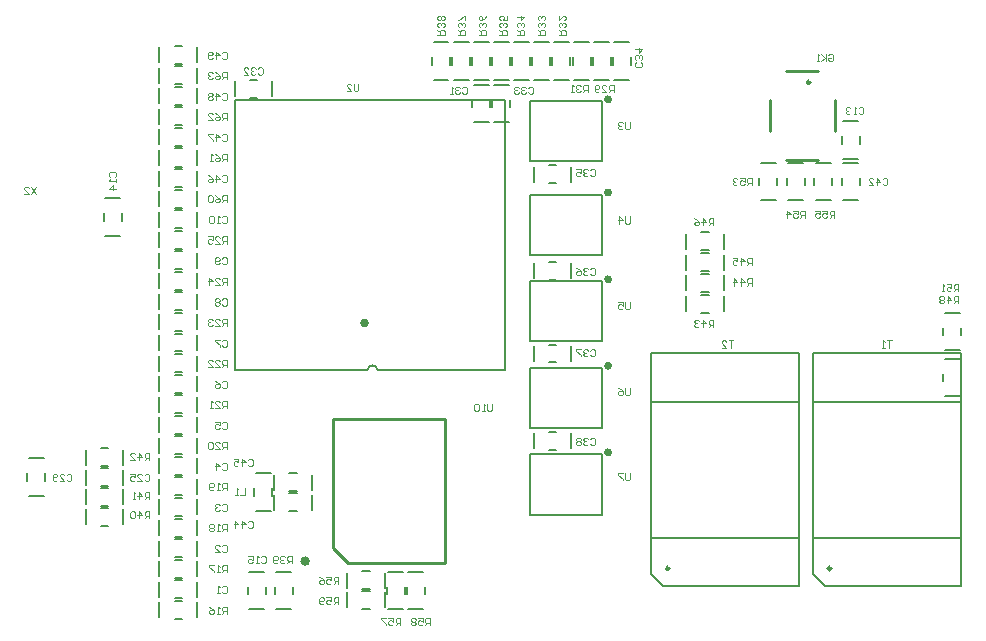
<source format=gbo>
G04*
G04 #@! TF.GenerationSoftware,Altium Limited,Altium Designer,20.1.10 (176)*
G04*
G04 Layer_Color=32896*
%FSAX42Y42*%
%MOMM*%
G71*
G04*
G04 #@! TF.SameCoordinates,1BA63ED6-0030-4306-BA36-9B072EE6F18F*
G04*
G04*
G04 #@! TF.FilePolarity,Positive*
G04*
G01*
G75*
%ADD11C,0.40*%
%ADD13C,0.15*%
%ADD14C,0.25*%
%ADD15C,0.10*%
%ADD16C,0.20*%
%ADD49C,0.30*%
D11*
X002570Y001162D02*
G03*
X002570Y001162I-000020J000000D01*
G01*
D13*
X000196Y001843D02*
Y001907D01*
X000349Y001843D02*
Y001907D01*
X000209Y002034D02*
X000336D01*
X000209Y001717D02*
X000336D01*
X004613Y002104D02*
X004676D01*
X004613Y002256D02*
X004676D01*
X004486Y002117D02*
Y002243D01*
X004803Y002117D02*
Y002243D01*
X004613Y002844D02*
X004676D01*
X004613Y002996D02*
X004676D01*
X004486Y002857D02*
Y002983D01*
X004803Y002857D02*
Y002983D01*
X004613Y003544D02*
X004676D01*
X004613Y003696D02*
X004676D01*
X004486Y003556D02*
Y003683D01*
X004803Y003556D02*
Y003683D01*
X004613Y004364D02*
X004676D01*
X004613Y004516D02*
X004676D01*
X004486Y004376D02*
Y004503D01*
X004803Y004376D02*
Y004503D01*
X005306Y005363D02*
Y005427D01*
X005154Y005363D02*
Y005427D01*
X005167Y005237D02*
X005294D01*
X005167Y005554D02*
X005294D01*
X001444Y005526D02*
X001507D01*
X001444Y005374D02*
X001507D01*
X001634Y005387D02*
Y005513D01*
X001316Y005387D02*
Y005513D01*
X001444Y005178D02*
X001507D01*
X001444Y005026D02*
X001507D01*
X001634Y005038D02*
Y005165D01*
X001316Y005038D02*
Y005165D01*
X001444Y004830D02*
X001507D01*
X001444Y004678D02*
X001507D01*
X001634Y004690D02*
Y004817D01*
X001316Y004690D02*
Y004817D01*
X001444Y004482D02*
X001507D01*
X001444Y004329D02*
X001507D01*
X001634Y004342D02*
Y004469D01*
X001316Y004342D02*
Y004469D01*
X002414Y001906D02*
X002477D01*
X002414Y001754D02*
X002477D01*
X002604Y001767D02*
Y001893D01*
X002286Y001767D02*
Y001893D01*
X002414Y001739D02*
X002477D01*
X002414Y001586D02*
X002477D01*
X002604Y001599D02*
Y001726D01*
X002286Y001599D02*
Y001726D01*
X007246Y004343D02*
Y004406D01*
X007094Y004343D02*
Y004406D01*
X007107Y004216D02*
X007233D01*
X007107Y004533D02*
X007233D01*
X004286Y005003D02*
Y005067D01*
X004134Y005003D02*
Y005067D01*
X004147Y004876D02*
X004274D01*
X004147Y005194D02*
X004274D01*
X002082Y005086D02*
X002146D01*
X002082Y005238D02*
X002146D01*
X001955Y005098D02*
Y005225D01*
X002273Y005098D02*
Y005225D01*
X003964Y005003D02*
Y005067D01*
X004116Y005003D02*
Y005067D01*
X003976Y005194D02*
X004103D01*
X003976Y004876D02*
X004103D01*
X000819Y001796D02*
X000882D01*
X000819Y001949D02*
X000882D01*
X000691Y001809D02*
Y001936D01*
X001009Y001809D02*
Y001936D01*
X002064Y000884D02*
Y000947D01*
X002216Y000884D02*
Y000947D01*
X002076Y001074D02*
X002203D01*
X002076Y000757D02*
X002203D01*
X000996Y004043D02*
Y004106D01*
X000844Y004043D02*
Y004106D01*
X000856Y003916D02*
X000984D01*
X000856Y004233D02*
X000984D01*
X007094Y004696D02*
Y004759D01*
X007246Y004696D02*
Y004759D01*
X007107Y004886D02*
X007233D01*
X007107Y004569D02*
X007233D01*
X001444Y004134D02*
X001507D01*
X001444Y003981D02*
X001507D01*
X001634Y003994D02*
Y004121D01*
X001316Y003994D02*
Y004121D01*
X001444Y003785D02*
X001507D01*
X001444Y003633D02*
X001507D01*
X001634Y003646D02*
Y003773D01*
X001316Y003646D02*
Y003773D01*
X001444Y003437D02*
X001507D01*
X001444Y003285D02*
X001507D01*
X001634Y003298D02*
Y003425D01*
X001316Y003298D02*
Y003425D01*
X001444Y003089D02*
X001507D01*
X001444Y002937D02*
X001507D01*
X001634Y002949D02*
Y003076D01*
X001316Y002949D02*
Y003076D01*
X001444Y002741D02*
X001507D01*
X001444Y002589D02*
X001507D01*
X001634Y002601D02*
Y002728D01*
X001316Y002601D02*
Y002728D01*
X001444Y002393D02*
X001507D01*
X001444Y002240D02*
X001507D01*
X001634Y002253D02*
Y002380D01*
X001316Y002253D02*
Y002380D01*
X001444Y002045D02*
X001507D01*
X001444Y001892D02*
X001507D01*
X001634Y001905D02*
Y002032D01*
X001316Y001905D02*
Y002032D01*
X001444Y001697D02*
X001507D01*
X001444Y001544D02*
X001507D01*
X001634Y001557D02*
Y001684D01*
X001316Y001557D02*
Y001684D01*
X001444Y001348D02*
X001507D01*
X001444Y001196D02*
X001507D01*
X001634Y001209D02*
Y001336D01*
X001316Y001209D02*
Y001336D01*
X001444Y001000D02*
X001507D01*
X001444Y000848D02*
X001507D01*
X001634Y000861D02*
Y000988D01*
X001316Y000861D02*
Y000988D01*
X005903Y003618D02*
X005967D01*
X005903Y003770D02*
X005967D01*
X005776Y003631D02*
Y003758D01*
X006094Y003631D02*
Y003758D01*
Y003455D02*
Y003582D01*
X005776Y003455D02*
Y003582D01*
X005903Y003595D02*
X005967D01*
X005903Y003442D02*
X005967D01*
X005903Y003266D02*
X005967D01*
X005903Y003419D02*
X005967D01*
X005776Y003279D02*
Y003406D01*
X006094Y003279D02*
Y003406D01*
X005903Y003794D02*
X005967D01*
X005903Y003946D02*
X005967D01*
X005776Y003806D02*
Y003933D01*
X006094Y003806D02*
Y003933D01*
X002132Y001586D02*
X002259D01*
X002132Y001904D02*
X002259D01*
X002271Y001714D02*
Y001777D01*
X002119Y001714D02*
Y001777D01*
X003226Y000770D02*
Y000897D01*
X002908Y000770D02*
Y000897D01*
X003035Y000909D02*
X003099D01*
X003035Y000757D02*
X003099D01*
X003035Y000924D02*
X003099D01*
X003035Y001076D02*
X003099D01*
X002908Y000936D02*
Y001064D01*
X003226Y000936D02*
Y001064D01*
X003241Y000884D02*
Y000947D01*
X003393Y000884D02*
Y000947D01*
X003254Y001074D02*
X003381D01*
X003254Y000757D02*
X003381D01*
X003421D02*
X003548D01*
X003421Y001074D02*
X003548D01*
X003561Y000884D02*
Y000947D01*
X003408Y000884D02*
Y000947D01*
X006780Y004343D02*
Y004406D01*
X006628Y004343D02*
Y004406D01*
X006641Y004216D02*
X006768D01*
X006641Y004533D02*
X006768D01*
X007013Y004343D02*
Y004406D01*
X006861Y004343D02*
Y004406D01*
X006874Y004216D02*
X007001D01*
X006874Y004533D02*
X007001D01*
X006395Y004343D02*
Y004406D01*
X006547Y004343D02*
Y004406D01*
X006408Y004533D02*
X006535D01*
X006408Y004216D02*
X006535D01*
X003624Y005363D02*
Y005427D01*
X003776Y005363D02*
Y005427D01*
X003637Y005554D02*
X003763D01*
X003637Y005237D02*
X003763D01*
X003794Y005363D02*
Y005427D01*
X003946Y005363D02*
Y005427D01*
X003806Y005554D02*
X003933D01*
X003806Y005237D02*
X003933D01*
X003964Y005363D02*
Y005427D01*
X004116Y005363D02*
Y005427D01*
X003976Y005554D02*
X004103D01*
X003976Y005237D02*
X004103D01*
X004134Y005363D02*
Y005427D01*
X004286Y005363D02*
Y005427D01*
X004147Y005554D02*
X004274D01*
X004147Y005237D02*
X004274D01*
X004304Y005363D02*
Y005427D01*
X004456Y005363D02*
Y005427D01*
X004317Y005554D02*
X004444D01*
X004317Y005237D02*
X004444D01*
X004474Y005363D02*
Y005427D01*
X004626Y005363D02*
Y005427D01*
X004487Y005554D02*
X004613D01*
X004487Y005237D02*
X004613D01*
X004644Y005363D02*
Y005427D01*
X004796Y005363D02*
Y005427D01*
X004656Y005554D02*
X004783D01*
X004656Y005237D02*
X004783D01*
X004826D02*
X004953D01*
X004826Y005554D02*
X004953D01*
X004966Y005363D02*
Y005427D01*
X004814Y005363D02*
Y005427D01*
X004997Y005554D02*
X005124D01*
X004997Y005237D02*
X005124D01*
X004984Y005363D02*
Y005427D01*
X005136Y005363D02*
Y005427D01*
X000691Y001976D02*
Y002103D01*
X001009Y001976D02*
Y002103D01*
X000819Y001964D02*
X000882D01*
X000819Y002116D02*
X000882D01*
X000819Y001614D02*
X000882D01*
X000819Y001462D02*
X000882D01*
X001009Y001474D02*
Y001601D01*
X000691Y001474D02*
Y001601D01*
X000819Y001781D02*
X000882D01*
X000819Y001629D02*
X000882D01*
X001009Y001642D02*
Y001769D01*
X000691Y001642D02*
Y001769D01*
X001316Y004516D02*
Y004643D01*
X001634Y004516D02*
Y004643D01*
X001444Y004503D02*
X001507D01*
X001444Y004656D02*
X001507D01*
X001444Y004308D02*
X001507D01*
X001444Y004155D02*
X001507D01*
X001634Y004168D02*
Y004295D01*
X001316Y004168D02*
Y004295D01*
X002306Y000757D02*
X002433D01*
X002306Y001074D02*
X002433D01*
X002445Y000884D02*
Y000947D01*
X002293Y000884D02*
Y000947D01*
X001316Y001035D02*
Y001162D01*
X001634Y001035D02*
Y001162D01*
X001444Y001022D02*
X001507D01*
X001444Y001174D02*
X001507D01*
X001316Y002427D02*
Y002554D01*
X001634Y002427D02*
Y002554D01*
X001444Y002415D02*
X001507D01*
X001444Y002567D02*
X001507D01*
X001316Y001383D02*
Y001510D01*
X001634Y001383D02*
Y001510D01*
X001444Y001370D02*
X001507D01*
X001444Y001522D02*
X001507D01*
X001316Y002079D02*
Y002206D01*
X001634Y002079D02*
Y002206D01*
X001444Y002066D02*
X001507D01*
X001444Y002219D02*
X001507D01*
X001316Y001731D02*
Y001858D01*
X001634Y001731D02*
Y001858D01*
X001444Y001718D02*
X001507D01*
X001444Y001871D02*
X001507D01*
X001316Y002775D02*
Y002902D01*
X001634Y002775D02*
Y002902D01*
X001444Y002763D02*
X001507D01*
X001444Y002915D02*
X001507D01*
X001316Y003472D02*
Y003599D01*
X001634Y003472D02*
Y003599D01*
X001444Y003459D02*
X001507D01*
X001444Y003611D02*
X001507D01*
X007954Y003074D02*
Y003137D01*
X008106Y003074D02*
Y003137D01*
X007967Y003264D02*
X008093D01*
X007967Y002947D02*
X008093D01*
X007954Y002683D02*
Y002747D01*
X008106Y002683D02*
Y002747D01*
X007967Y002874D02*
X008093D01*
X007967Y002556D02*
X008093D01*
X001316Y000686D02*
Y000814D01*
X001634Y000686D02*
Y000814D01*
X001444Y000674D02*
X001507D01*
X001444Y000826D02*
X001507D01*
X001316Y005212D02*
Y005339D01*
X001634Y005212D02*
Y005339D01*
X001444Y005200D02*
X001507D01*
X001444Y005352D02*
X001507D01*
X001316Y004864D02*
Y004991D01*
X001634Y004864D02*
Y004991D01*
X001444Y004852D02*
X001507D01*
X001444Y005004D02*
X001507D01*
X001316Y003820D02*
Y003947D01*
X001634Y003820D02*
Y003947D01*
X001444Y003807D02*
X001507D01*
X001444Y003960D02*
X001507D01*
X001316Y003124D02*
Y003251D01*
X001634Y003124D02*
Y003251D01*
X001444Y003111D02*
X001507D01*
X001444Y003263D02*
X001507D01*
D14*
X006828Y005216D02*
G03*
X006828Y005216I-000015J000000D01*
G01*
X007004Y001100D02*
G03*
X007004Y001100I-000014J000000D01*
G01*
X005634D02*
G03*
X005634Y001100I-000014J000000D01*
G01*
X006488Y004801D02*
Y005064D01*
X007032Y004801D02*
Y005064D01*
X006625Y004554D02*
X006888D01*
X006625Y005309D02*
X006888D01*
X002785Y001270D02*
Y002363D01*
Y001270D02*
X002912Y001143D01*
X003738D01*
X002785Y002363D02*
X003738D01*
Y001143D02*
Y002363D01*
D15*
X001886Y005243D02*
Y005303D01*
X001856D01*
X001846Y005293D01*
Y005273D01*
X001856Y005263D01*
X001886D01*
X001866D02*
X001846Y005243D01*
X001786Y005303D02*
X001806Y005293D01*
X001826Y005273D01*
Y005253D01*
X001816Y005243D01*
X001796D01*
X001786Y005253D01*
Y005263D01*
X001796Y005273D01*
X001826D01*
X001766Y005293D02*
X001756Y005303D01*
X001736D01*
X001726Y005293D01*
Y005283D01*
X001736Y005273D01*
X001746D01*
X001736D01*
X001726Y005263D01*
Y005253D01*
X001736Y005243D01*
X001756D01*
X001766Y005253D01*
X001886Y004895D02*
Y004955D01*
X001856D01*
X001846Y004945D01*
Y004925D01*
X001856Y004915D01*
X001886D01*
X001866D02*
X001846Y004895D01*
X001786Y004955D02*
X001806Y004945D01*
X001826Y004925D01*
Y004905D01*
X001816Y004895D01*
X001796D01*
X001786Y004905D01*
Y004915D01*
X001796Y004925D01*
X001826D01*
X001726Y004895D02*
X001766D01*
X001726Y004935D01*
Y004945D01*
X001736Y004955D01*
X001756D01*
X001766Y004945D01*
X001886Y004547D02*
Y004607D01*
X001856D01*
X001846Y004597D01*
Y004577D01*
X001856Y004567D01*
X001886D01*
X001866D02*
X001846Y004547D01*
X001786Y004607D02*
X001806Y004597D01*
X001826Y004577D01*
Y004557D01*
X001816Y004547D01*
X001796D01*
X001786Y004557D01*
Y004567D01*
X001796Y004577D01*
X001826D01*
X001766Y004547D02*
X001746D01*
X001756D01*
Y004607D01*
X001766Y004597D01*
X001886Y004199D02*
Y004259D01*
X001856D01*
X001846Y004249D01*
Y004229D01*
X001856Y004219D01*
X001886D01*
X001866D02*
X001846Y004199D01*
X001786Y004259D02*
X001806Y004249D01*
X001826Y004229D01*
Y004209D01*
X001816Y004199D01*
X001796D01*
X001786Y004209D01*
Y004219D01*
X001796Y004229D01*
X001826D01*
X001766Y004249D02*
X001756Y004259D01*
X001736D01*
X001726Y004249D01*
Y004209D01*
X001736Y004199D01*
X001756D01*
X001766Y004209D01*
Y004249D01*
X001846Y005465D02*
X001856Y005475D01*
X001876D01*
X001886Y005465D01*
Y005425D01*
X001876Y005415D01*
X001856D01*
X001846Y005425D01*
X001796Y005415D02*
Y005475D01*
X001826Y005445D01*
X001786D01*
X001766Y005425D02*
X001756Y005415D01*
X001736D01*
X001726Y005425D01*
Y005465D01*
X001736Y005475D01*
X001756D01*
X001766Y005465D01*
Y005455D01*
X001756Y005445D01*
X001726D01*
X001846Y005117D02*
X001856Y005127D01*
X001876D01*
X001886Y005117D01*
Y005077D01*
X001876Y005067D01*
X001856D01*
X001846Y005077D01*
X001796Y005067D02*
Y005127D01*
X001826Y005097D01*
X001786D01*
X001766Y005117D02*
X001756Y005127D01*
X001736D01*
X001726Y005117D01*
Y005107D01*
X001736Y005097D01*
X001726Y005087D01*
Y005077D01*
X001736Y005067D01*
X001756D01*
X001766Y005077D01*
Y005087D01*
X001756Y005097D01*
X001766Y005107D01*
Y005117D01*
X001756Y005097D02*
X001736D01*
X001846Y004769D02*
X001856Y004779D01*
X001876D01*
X001886Y004769D01*
Y004729D01*
X001876Y004719D01*
X001856D01*
X001846Y004729D01*
X001796Y004719D02*
Y004779D01*
X001826Y004749D01*
X001786D01*
X001766Y004779D02*
X001726D01*
Y004769D01*
X001766Y004729D01*
Y004719D01*
X001846Y004421D02*
X001856Y004431D01*
X001876D01*
X001886Y004421D01*
Y004381D01*
X001876Y004371D01*
X001856D01*
X001846Y004381D01*
X001796Y004371D02*
Y004431D01*
X001826Y004401D01*
X001786D01*
X001726Y004431D02*
X001746Y004421D01*
X001766Y004401D01*
Y004381D01*
X001756Y004371D01*
X001736D01*
X001726Y004381D01*
Y004391D01*
X001736Y004401D01*
X001766D01*
X001886Y003851D02*
Y003911D01*
X001856D01*
X001846Y003901D01*
Y003881D01*
X001856Y003871D01*
X001886D01*
X001866D02*
X001846Y003851D01*
X001786D02*
X001826D01*
X001786Y003891D01*
Y003901D01*
X001796Y003911D01*
X001816D01*
X001826Y003901D01*
X001726Y003911D02*
X001766D01*
Y003881D01*
X001746Y003891D01*
X001736D01*
X001726Y003881D01*
Y003861D01*
X001736Y003851D01*
X001756D01*
X001766Y003861D01*
X001886Y003503D02*
Y003563D01*
X001856D01*
X001846Y003553D01*
Y003533D01*
X001856Y003523D01*
X001886D01*
X001866D02*
X001846Y003503D01*
X001786D02*
X001826D01*
X001786Y003543D01*
Y003553D01*
X001796Y003563D01*
X001816D01*
X001826Y003553D01*
X001736Y003503D02*
Y003563D01*
X001766Y003533D01*
X001726D01*
X001886Y003155D02*
Y003215D01*
X001856D01*
X001846Y003205D01*
Y003185D01*
X001856Y003175D01*
X001886D01*
X001866D02*
X001846Y003155D01*
X001786D02*
X001826D01*
X001786Y003195D01*
Y003205D01*
X001796Y003215D01*
X001816D01*
X001826Y003205D01*
X001766D02*
X001756Y003215D01*
X001736D01*
X001726Y003205D01*
Y003195D01*
X001736Y003185D01*
X001746D01*
X001736D01*
X001726Y003175D01*
Y003165D01*
X001736Y003155D01*
X001756D01*
X001766Y003165D01*
X001886Y002806D02*
Y002866D01*
X001856D01*
X001846Y002856D01*
Y002836D01*
X001856Y002826D01*
X001886D01*
X001866D02*
X001846Y002806D01*
X001786D02*
X001826D01*
X001786Y002846D01*
Y002856D01*
X001796Y002866D01*
X001816D01*
X001826Y002856D01*
X001726Y002806D02*
X001766D01*
X001726Y002846D01*
Y002856D01*
X001736Y002866D01*
X001756D01*
X001766Y002856D01*
X001886Y002458D02*
Y002518D01*
X001856D01*
X001846Y002508D01*
Y002488D01*
X001856Y002478D01*
X001886D01*
X001866D02*
X001846Y002458D01*
X001786D02*
X001826D01*
X001786Y002498D01*
Y002508D01*
X001796Y002518D01*
X001816D01*
X001826Y002508D01*
X001766Y002458D02*
X001746D01*
X001756D01*
Y002518D01*
X001766Y002508D01*
X001886Y002110D02*
Y002170D01*
X001856D01*
X001846Y002160D01*
Y002140D01*
X001856Y002130D01*
X001886D01*
X001866D02*
X001846Y002110D01*
X001786D02*
X001826D01*
X001786Y002150D01*
Y002160D01*
X001796Y002170D01*
X001816D01*
X001826Y002160D01*
X001766D02*
X001756Y002170D01*
X001736D01*
X001726Y002160D01*
Y002120D01*
X001736Y002110D01*
X001756D01*
X001766Y002120D01*
Y002160D01*
X001886Y001762D02*
Y001822D01*
X001856D01*
X001846Y001812D01*
Y001792D01*
X001856Y001782D01*
X001886D01*
X001866D02*
X001846Y001762D01*
X001826D02*
X001806D01*
X001816D01*
Y001822D01*
X001826Y001812D01*
X001776Y001772D02*
X001766Y001762D01*
X001746D01*
X001736Y001772D01*
Y001812D01*
X001746Y001822D01*
X001766D01*
X001776Y001812D01*
Y001802D01*
X001766Y001792D01*
X001736D01*
X001886Y001414D02*
Y001474D01*
X001856D01*
X001846Y001464D01*
Y001444D01*
X001856Y001434D01*
X001886D01*
X001866D02*
X001846Y001414D01*
X001826D02*
X001806D01*
X001816D01*
Y001474D01*
X001826Y001464D01*
X001776D02*
X001766Y001474D01*
X001746D01*
X001736Y001464D01*
Y001454D01*
X001746Y001444D01*
X001736Y001434D01*
Y001424D01*
X001746Y001414D01*
X001766D01*
X001776Y001424D01*
Y001434D01*
X001766Y001444D01*
X001776Y001454D01*
Y001464D01*
X001766Y001444D02*
X001746D01*
X001846Y004073D02*
X001856Y004083D01*
X001876D01*
X001886Y004073D01*
Y004033D01*
X001876Y004023D01*
X001856D01*
X001846Y004033D01*
X001826Y004023D02*
X001806D01*
X001816D01*
Y004083D01*
X001826Y004073D01*
X001776D02*
X001766Y004083D01*
X001746D01*
X001736Y004073D01*
Y004033D01*
X001746Y004023D01*
X001766D01*
X001776Y004033D01*
Y004073D01*
X001846Y003724D02*
X001856Y003734D01*
X001876D01*
X001886Y003724D01*
Y003685D01*
X001876Y003675D01*
X001856D01*
X001846Y003685D01*
X001826D02*
X001816Y003675D01*
X001796D01*
X001786Y003685D01*
Y003724D01*
X001796Y003734D01*
X001816D01*
X001826Y003724D01*
Y003714D01*
X001816Y003704D01*
X001786D01*
X001846Y003376D02*
X001856Y003386D01*
X001876D01*
X001886Y003376D01*
Y003336D01*
X001876Y003326D01*
X001856D01*
X001846Y003336D01*
X001826Y003376D02*
X001816Y003386D01*
X001796D01*
X001786Y003376D01*
Y003366D01*
X001796Y003356D01*
X001786Y003346D01*
Y003336D01*
X001796Y003326D01*
X001816D01*
X001826Y003336D01*
Y003346D01*
X001816Y003356D01*
X001826Y003366D01*
Y003376D01*
X001816Y003356D02*
X001796D01*
X001846Y003028D02*
X001856Y003038D01*
X001876D01*
X001886Y003028D01*
Y002988D01*
X001876Y002978D01*
X001856D01*
X001846Y002988D01*
X001826Y003038D02*
X001786D01*
Y003028D01*
X001826Y002988D01*
Y002978D01*
X001846Y002680D02*
X001856Y002690D01*
X001876D01*
X001886Y002680D01*
Y002640D01*
X001876Y002630D01*
X001856D01*
X001846Y002640D01*
X001786Y002690D02*
X001806Y002680D01*
X001826Y002660D01*
Y002640D01*
X001816Y002630D01*
X001796D01*
X001786Y002640D01*
Y002650D01*
X001796Y002660D01*
X001826D01*
X001846Y002332D02*
X001856Y002342D01*
X001876D01*
X001886Y002332D01*
Y002292D01*
X001876Y002282D01*
X001856D01*
X001846Y002292D01*
X001786Y002342D02*
X001826D01*
Y002312D01*
X001806Y002322D01*
X001796D01*
X001786Y002312D01*
Y002292D01*
X001796Y002282D01*
X001816D01*
X001826Y002292D01*
X001846Y001984D02*
X001856Y001994D01*
X001876D01*
X001886Y001984D01*
Y001944D01*
X001876Y001934D01*
X001856D01*
X001846Y001944D01*
X001796Y001934D02*
Y001994D01*
X001826Y001964D01*
X001786D01*
X001846Y001636D02*
X001856Y001646D01*
X001876D01*
X001886Y001636D01*
Y001596D01*
X001876Y001586D01*
X001856D01*
X001846Y001596D01*
X001826Y001636D02*
X001816Y001646D01*
X001796D01*
X001786Y001636D01*
Y001626D01*
X001796Y001616D01*
X001806D01*
X001796D01*
X001786Y001606D01*
Y001596D01*
X001796Y001586D01*
X001816D01*
X001826Y001596D01*
X001846Y001287D02*
X001856Y001297D01*
X001876D01*
X001886Y001287D01*
Y001247D01*
X001876Y001237D01*
X001856D01*
X001846Y001247D01*
X001786Y001237D02*
X001826D01*
X001786Y001277D01*
Y001287D01*
X001796Y001297D01*
X001816D01*
X001826Y001287D01*
X006980Y005445D02*
X006990Y005455D01*
X007010D01*
X007020Y005445D01*
Y005405D01*
X007010Y005395D01*
X006990D01*
X006980Y005405D01*
Y005425D01*
X007000D01*
X006960Y005455D02*
Y005395D01*
Y005415D01*
X006920Y005455D01*
X006950Y005425D01*
X006920Y005395D01*
X006900D02*
X006880D01*
X006890D01*
Y005455D01*
X006900Y005445D01*
X000270Y004330D02*
X000230Y004270D01*
Y004330D02*
X000270Y004270D01*
X000170D02*
X000210D01*
X000170Y004310D01*
Y004320D01*
X000180Y004330D01*
X000200D01*
X000210Y004320D01*
X004130Y002496D02*
Y002446D01*
X004120Y002436D01*
X004100D01*
X004090Y002446D01*
Y002496D01*
X004070Y002436D02*
X004050D01*
X004060D01*
Y002496D01*
X004070Y002486D01*
X004020D02*
X004010Y002496D01*
X003990D01*
X003980Y002486D01*
Y002446D01*
X003990Y002436D01*
X004010D01*
X004020Y002446D01*
Y002486D01*
X005300Y001905D02*
Y001855D01*
X005290Y001845D01*
X005270D01*
X005260Y001855D01*
Y001905D01*
X005240D02*
X005200D01*
Y001895D01*
X005240Y001855D01*
Y001845D01*
X005300Y002630D02*
Y002580D01*
X005290Y002570D01*
X005270D01*
X005260Y002580D01*
Y002630D01*
X005200D02*
X005220Y002620D01*
X005240Y002600D01*
Y002580D01*
X005230Y002570D01*
X005210D01*
X005200Y002580D01*
Y002590D01*
X005210Y002600D01*
X005240D01*
X005300Y003355D02*
Y003305D01*
X005290Y003295D01*
X005270D01*
X005260Y003305D01*
Y003355D01*
X005200D02*
X005240D01*
Y003325D01*
X005220Y003335D01*
X005210D01*
X005200Y003325D01*
Y003305D01*
X005210Y003295D01*
X005230D01*
X005240Y003305D01*
X005300Y004080D02*
Y004030D01*
X005290Y004020D01*
X005270D01*
X005260Y004030D01*
Y004080D01*
X005210Y004020D02*
Y004080D01*
X005240Y004050D01*
X005200D01*
X005300Y004880D02*
Y004830D01*
X005290Y004820D01*
X005270D01*
X005260Y004830D01*
Y004880D01*
X005240Y004870D02*
X005230Y004880D01*
X005210D01*
X005200Y004870D01*
Y004860D01*
X005210Y004850D01*
X005220D01*
X005210D01*
X005200Y004840D01*
Y004830D01*
X005210Y004820D01*
X005230D01*
X005240Y004830D01*
X003000Y005205D02*
Y005155D01*
X002990Y005145D01*
X002970D01*
X002960Y005155D01*
Y005205D01*
X002900Y005145D02*
X002940D01*
X002900Y005185D01*
Y005195D01*
X002910Y005205D01*
X002930D01*
X002940Y005195D01*
X006175Y003030D02*
X006135D01*
X006155D01*
Y002970D01*
X006075D02*
X006115D01*
X006075Y003010D01*
Y003020D01*
X006085Y003030D01*
X006105D01*
X006115Y003020D01*
X007515Y003030D02*
X007475D01*
X007495D01*
Y002970D01*
X007455D02*
X007435D01*
X007445D01*
Y003030D01*
X007455Y003020D01*
X002830Y000795D02*
Y000855D01*
X002800D01*
X002790Y000845D01*
Y000825D01*
X002800Y000815D01*
X002830D01*
X002810D02*
X002790Y000795D01*
X002730Y000855D02*
X002770D01*
Y000825D01*
X002750Y000835D01*
X002740D01*
X002730Y000825D01*
Y000805D01*
X002740Y000795D01*
X002760D01*
X002770Y000805D01*
X002710D02*
X002700Y000795D01*
X002680D01*
X002670Y000805D01*
Y000845D01*
X002680Y000855D01*
X002700D01*
X002710Y000845D01*
Y000835D01*
X002700Y000825D01*
X002670D01*
X003605Y000620D02*
Y000680D01*
X003575D01*
X003565Y000670D01*
Y000650D01*
X003575Y000640D01*
X003605D01*
X003585D02*
X003565Y000620D01*
X003505Y000680D02*
X003545D01*
Y000650D01*
X003525Y000660D01*
X003515D01*
X003505Y000650D01*
Y000630D01*
X003515Y000620D01*
X003535D01*
X003545Y000630D01*
X003485Y000670D02*
X003475Y000680D01*
X003455D01*
X003445Y000670D01*
Y000660D01*
X003455Y000650D01*
X003445Y000640D01*
Y000630D01*
X003455Y000620D01*
X003475D01*
X003485Y000630D01*
Y000640D01*
X003475Y000650D01*
X003485Y000660D01*
Y000670D01*
X003475Y000650D02*
X003455D01*
X003355Y000620D02*
Y000680D01*
X003325D01*
X003315Y000670D01*
Y000650D01*
X003325Y000640D01*
X003355D01*
X003335D02*
X003315Y000620D01*
X003255Y000680D02*
X003295D01*
Y000650D01*
X003275Y000660D01*
X003265D01*
X003255Y000650D01*
Y000630D01*
X003265Y000620D01*
X003285D01*
X003295Y000630D01*
X003235Y000680D02*
X003195D01*
Y000670D01*
X003235Y000630D01*
Y000620D01*
X002830Y000970D02*
Y001030D01*
X002800D01*
X002790Y001020D01*
Y001000D01*
X002800Y000990D01*
X002830D01*
X002810D02*
X002790Y000970D01*
X002730Y001030D02*
X002770D01*
Y001000D01*
X002750Y001010D01*
X002740D01*
X002730Y001000D01*
Y000980D01*
X002740Y000970D01*
X002760D01*
X002770Y000980D01*
X002670Y001030D02*
X002690Y001020D01*
X002710Y001000D01*
Y000980D01*
X002700Y000970D01*
X002680D01*
X002670Y000980D01*
Y000990D01*
X002680Y001000D01*
X002710D01*
X007030Y004070D02*
Y004130D01*
X007000D01*
X006990Y004120D01*
Y004100D01*
X007000Y004090D01*
X007030D01*
X007010D02*
X006990Y004070D01*
X006930Y004130D02*
X006970D01*
Y004100D01*
X006950Y004110D01*
X006940D01*
X006930Y004100D01*
Y004080D01*
X006940Y004070D01*
X006960D01*
X006970Y004080D01*
X006870Y004130D02*
X006910D01*
Y004100D01*
X006890Y004110D01*
X006880D01*
X006870Y004100D01*
Y004080D01*
X006880Y004070D01*
X006900D01*
X006910Y004080D01*
X006780Y004070D02*
Y004130D01*
X006750D01*
X006740Y004120D01*
Y004100D01*
X006750Y004090D01*
X006780D01*
X006760D02*
X006740Y004070D01*
X006680Y004130D02*
X006720D01*
Y004100D01*
X006700Y004110D01*
X006690D01*
X006680Y004100D01*
Y004080D01*
X006690Y004070D01*
X006710D01*
X006720Y004080D01*
X006630Y004070D02*
Y004130D01*
X006660Y004100D01*
X006620D01*
X006330Y004345D02*
Y004405D01*
X006300D01*
X006290Y004395D01*
Y004375D01*
X006300Y004365D01*
X006330D01*
X006310D02*
X006290Y004345D01*
X006230Y004405D02*
X006270D01*
Y004375D01*
X006250Y004385D01*
X006240D01*
X006230Y004375D01*
Y004355D01*
X006240Y004345D01*
X006260D01*
X006270Y004355D01*
X006210Y004395D02*
X006200Y004405D01*
X006180D01*
X006170Y004395D01*
Y004385D01*
X006180Y004375D01*
X006190D01*
X006180D01*
X006170Y004365D01*
Y004355D01*
X006180Y004345D01*
X006200D01*
X006210Y004355D01*
X008080Y003445D02*
Y003505D01*
X008050D01*
X008040Y003495D01*
Y003475D01*
X008050Y003465D01*
X008080D01*
X008060D02*
X008040Y003445D01*
X007980Y003505D02*
X008020D01*
Y003475D01*
X008000Y003485D01*
X007990D01*
X007980Y003475D01*
Y003455D01*
X007990Y003445D01*
X008010D01*
X008020Y003455D01*
X007960Y003445D02*
X007940D01*
X007950D01*
Y003505D01*
X007960Y003495D01*
X008080Y003345D02*
Y003405D01*
X008050D01*
X008040Y003395D01*
Y003375D01*
X008050Y003365D01*
X008080D01*
X008060D02*
X008040Y003345D01*
X007990D02*
Y003405D01*
X008020Y003375D01*
X007980D01*
X007960Y003395D02*
X007950Y003405D01*
X007930D01*
X007920Y003395D01*
Y003385D01*
X007930Y003375D01*
X007920Y003365D01*
Y003355D01*
X007930Y003345D01*
X007950D01*
X007960Y003355D01*
Y003365D01*
X007950Y003375D01*
X007960Y003385D01*
Y003395D01*
X007950Y003375D02*
X007930D01*
X006005Y004004D02*
Y004064D01*
X005975D01*
X005965Y004054D01*
Y004034D01*
X005975Y004024D01*
X006005D01*
X005985D02*
X005965Y004004D01*
X005915D02*
Y004064D01*
X005945Y004034D01*
X005905D01*
X005845Y004064D02*
X005865Y004054D01*
X005885Y004034D01*
Y004014D01*
X005875Y004004D01*
X005855D01*
X005845Y004014D01*
Y004024D01*
X005855Y004034D01*
X005885D01*
X006330Y003670D02*
Y003730D01*
X006300D01*
X006290Y003720D01*
Y003700D01*
X006300Y003690D01*
X006330D01*
X006310D02*
X006290Y003670D01*
X006240D02*
Y003730D01*
X006270Y003700D01*
X006230D01*
X006170Y003730D02*
X006210D01*
Y003700D01*
X006190Y003710D01*
X006180D01*
X006170Y003700D01*
Y003680D01*
X006180Y003670D01*
X006200D01*
X006210Y003680D01*
X006330Y003495D02*
Y003555D01*
X006300D01*
X006290Y003545D01*
Y003525D01*
X006300Y003515D01*
X006330D01*
X006310D02*
X006290Y003495D01*
X006240D02*
Y003555D01*
X006270Y003525D01*
X006230D01*
X006180Y003495D02*
Y003555D01*
X006210Y003525D01*
X006170D01*
X006005Y003145D02*
Y003205D01*
X005975D01*
X005965Y003195D01*
Y003175D01*
X005975Y003165D01*
X006005D01*
X005985D02*
X005965Y003145D01*
X005915D02*
Y003205D01*
X005945Y003175D01*
X005905D01*
X005885Y003195D02*
X005875Y003205D01*
X005855D01*
X005845Y003195D01*
Y003185D01*
X005855Y003175D01*
X005865D01*
X005855D01*
X005845Y003165D01*
Y003155D01*
X005855Y003145D01*
X005875D01*
X005885Y003155D01*
X001230Y002017D02*
Y002077D01*
X001200D01*
X001190Y002067D01*
Y002047D01*
X001200Y002037D01*
X001230D01*
X001210D02*
X001190Y002017D01*
X001140D02*
Y002077D01*
X001170Y002047D01*
X001130D01*
X001070Y002017D02*
X001110D01*
X001070Y002057D01*
Y002067D01*
X001080Y002077D01*
X001100D01*
X001110Y002067D01*
X001230Y001685D02*
Y001745D01*
X001200D01*
X001190Y001735D01*
Y001715D01*
X001200Y001705D01*
X001230D01*
X001210D02*
X001190Y001685D01*
X001140D02*
Y001745D01*
X001170Y001715D01*
X001130D01*
X001110Y001685D02*
X001090D01*
X001100D01*
Y001745D01*
X001110Y001735D01*
X001230Y001523D02*
Y001583D01*
X001200D01*
X001190Y001573D01*
Y001553D01*
X001200Y001543D01*
X001230D01*
X001210D02*
X001190Y001523D01*
X001140D02*
Y001583D01*
X001170Y001553D01*
X001130D01*
X001110Y001573D02*
X001100Y001583D01*
X001080D01*
X001070Y001573D01*
Y001533D01*
X001080Y001523D01*
X001100D01*
X001110Y001533D01*
Y001573D01*
X002439Y001143D02*
Y001203D01*
X002409D01*
X002399Y001193D01*
Y001173D01*
X002409Y001163D01*
X002439D01*
X002419D02*
X002399Y001143D01*
X002379Y001193D02*
X002369Y001203D01*
X002349D01*
X002339Y001193D01*
Y001183D01*
X002349Y001173D01*
X002359D01*
X002349D01*
X002339Y001163D01*
Y001153D01*
X002349Y001143D01*
X002369D01*
X002379Y001153D01*
X002319D02*
X002309Y001143D01*
X002289D01*
X002279Y001153D01*
Y001193D01*
X002289Y001203D01*
X002309D01*
X002319Y001193D01*
Y001183D01*
X002309Y001173D01*
X002279D01*
X003670Y005620D02*
X003730D01*
Y005650D01*
X003720Y005660D01*
X003700D01*
X003690Y005650D01*
Y005620D01*
Y005640D02*
X003670Y005660D01*
X003720Y005680D02*
X003730Y005690D01*
Y005710D01*
X003720Y005720D01*
X003710D01*
X003700Y005710D01*
Y005700D01*
Y005710D01*
X003690Y005720D01*
X003680D01*
X003670Y005710D01*
Y005690D01*
X003680Y005680D01*
X003720Y005740D02*
X003730Y005750D01*
Y005770D01*
X003720Y005780D01*
X003710D01*
X003700Y005770D01*
X003690Y005780D01*
X003680D01*
X003670Y005770D01*
Y005750D01*
X003680Y005740D01*
X003690D01*
X003700Y005750D01*
X003710Y005740D01*
X003720D01*
X003700Y005750D02*
Y005770D01*
X003845Y005620D02*
X003905D01*
Y005650D01*
X003895Y005660D01*
X003875D01*
X003865Y005650D01*
Y005620D01*
Y005640D02*
X003845Y005660D01*
X003895Y005680D02*
X003905Y005690D01*
Y005710D01*
X003895Y005720D01*
X003885D01*
X003875Y005710D01*
Y005700D01*
Y005710D01*
X003865Y005720D01*
X003855D01*
X003845Y005710D01*
Y005690D01*
X003855Y005680D01*
X003905Y005740D02*
Y005780D01*
X003895D01*
X003855Y005740D01*
X003845D01*
X004020Y005620D02*
X004080D01*
Y005650D01*
X004070Y005660D01*
X004050D01*
X004040Y005650D01*
Y005620D01*
Y005640D02*
X004020Y005660D01*
X004070Y005680D02*
X004080Y005690D01*
Y005710D01*
X004070Y005720D01*
X004060D01*
X004050Y005710D01*
Y005700D01*
Y005710D01*
X004040Y005720D01*
X004030D01*
X004020Y005710D01*
Y005690D01*
X004030Y005680D01*
X004080Y005780D02*
X004070Y005760D01*
X004050Y005740D01*
X004030D01*
X004020Y005750D01*
Y005770D01*
X004030Y005780D01*
X004040D01*
X004050Y005770D01*
Y005740D01*
X004195Y005620D02*
X004255D01*
Y005650D01*
X004245Y005660D01*
X004225D01*
X004215Y005650D01*
Y005620D01*
Y005640D02*
X004195Y005660D01*
X004245Y005680D02*
X004255Y005690D01*
Y005710D01*
X004245Y005720D01*
X004235D01*
X004225Y005710D01*
Y005700D01*
Y005710D01*
X004215Y005720D01*
X004205D01*
X004195Y005710D01*
Y005690D01*
X004205Y005680D01*
X004255Y005780D02*
Y005740D01*
X004225D01*
X004235Y005760D01*
Y005770D01*
X004225Y005780D01*
X004205D01*
X004195Y005770D01*
Y005750D01*
X004205Y005740D01*
X004345Y005620D02*
X004405D01*
Y005650D01*
X004395Y005660D01*
X004375D01*
X004365Y005650D01*
Y005620D01*
Y005640D02*
X004345Y005660D01*
X004395Y005680D02*
X004405Y005690D01*
Y005710D01*
X004395Y005720D01*
X004385D01*
X004375Y005710D01*
Y005700D01*
Y005710D01*
X004365Y005720D01*
X004355D01*
X004345Y005710D01*
Y005690D01*
X004355Y005680D01*
X004345Y005770D02*
X004405D01*
X004375Y005740D01*
Y005780D01*
X004520Y005620D02*
X004580D01*
Y005650D01*
X004570Y005660D01*
X004550D01*
X004540Y005650D01*
Y005620D01*
Y005640D02*
X004520Y005660D01*
X004570Y005680D02*
X004580Y005690D01*
Y005710D01*
X004570Y005720D01*
X004560D01*
X004550Y005710D01*
Y005700D01*
Y005710D01*
X004540Y005720D01*
X004530D01*
X004520Y005710D01*
Y005690D01*
X004530Y005680D01*
X004570Y005740D02*
X004580Y005750D01*
Y005770D01*
X004570Y005780D01*
X004560D01*
X004550Y005770D01*
Y005760D01*
Y005770D01*
X004540Y005780D01*
X004530D01*
X004520Y005770D01*
Y005750D01*
X004530Y005740D01*
X004695Y005620D02*
X004755D01*
Y005650D01*
X004745Y005660D01*
X004725D01*
X004715Y005650D01*
Y005620D01*
Y005640D02*
X004695Y005660D01*
X004745Y005680D02*
X004755Y005690D01*
Y005710D01*
X004745Y005720D01*
X004735D01*
X004725Y005710D01*
Y005700D01*
Y005710D01*
X004715Y005720D01*
X004705D01*
X004695Y005710D01*
Y005690D01*
X004705Y005680D01*
X004695Y005780D02*
Y005740D01*
X004735Y005780D01*
X004745D01*
X004755Y005770D01*
Y005750D01*
X004745Y005740D01*
X004942Y005131D02*
Y005191D01*
X004912D01*
X004902Y005181D01*
Y005161D01*
X004912Y005151D01*
X004942D01*
X004922D02*
X004902Y005131D01*
X004882Y005181D02*
X004872Y005191D01*
X004852D01*
X004842Y005181D01*
Y005171D01*
X004852Y005161D01*
X004862D01*
X004852D01*
X004842Y005151D01*
Y005141D01*
X004852Y005131D01*
X004872D01*
X004882Y005141D01*
X004822Y005131D02*
X004802D01*
X004812D01*
Y005191D01*
X004822Y005181D01*
X005161Y005131D02*
Y005191D01*
X005131D01*
X005121Y005181D01*
Y005161D01*
X005131Y005151D01*
X005161D01*
X005141D02*
X005121Y005131D01*
X005061D02*
X005101D01*
X005061Y005171D01*
Y005181D01*
X005071Y005191D01*
X005091D01*
X005101Y005181D01*
X005041Y005141D02*
X005031Y005131D01*
X005011D01*
X005001Y005141D01*
Y005181D01*
X005011Y005191D01*
X005031D01*
X005041Y005181D01*
Y005171D01*
X005031Y005161D01*
X005001D01*
X001886Y001066D02*
Y001126D01*
X001856D01*
X001846Y001116D01*
Y001096D01*
X001856Y001086D01*
X001886D01*
X001866D02*
X001846Y001066D01*
X001826D02*
X001806D01*
X001816D01*
Y001126D01*
X001826Y001116D01*
X001776Y001126D02*
X001736D01*
Y001116D01*
X001776Y001076D01*
Y001066D01*
X001886Y000718D02*
Y000777D01*
X001856D01*
X001846Y000767D01*
Y000747D01*
X001856Y000738D01*
X001886D01*
X001866D02*
X001846Y000718D01*
X001826D02*
X001806D01*
X001816D01*
Y000777D01*
X001826Y000767D01*
X001736Y000777D02*
X001756Y000767D01*
X001776Y000747D01*
Y000728D01*
X001766Y000718D01*
X001746D01*
X001736Y000728D01*
Y000738D01*
X001746Y000747D01*
X001776D01*
X002040Y001780D02*
Y001720D01*
X002000D01*
X001980D02*
X001960D01*
X001970D01*
Y001780D01*
X001980Y001770D01*
X002065Y002020D02*
X002075Y002030D01*
X002095D01*
X002105Y002020D01*
Y001980D01*
X002095Y001970D01*
X002075D01*
X002065Y001980D01*
X002015Y001970D02*
Y002030D01*
X002045Y002000D01*
X002005D01*
X001945Y002030D02*
X001985D01*
Y002000D01*
X001965Y002010D01*
X001955D01*
X001945Y002000D01*
Y001980D01*
X001955Y001970D01*
X001975D01*
X001985Y001980D01*
X002065Y001495D02*
X002075Y001505D01*
X002095D01*
X002105Y001495D01*
Y001455D01*
X002095Y001445D01*
X002075D01*
X002065Y001455D01*
X002015Y001445D02*
Y001505D01*
X002045Y001475D01*
X002005D01*
X001955Y001445D02*
Y001505D01*
X001985Y001475D01*
X001945D01*
X007440Y004395D02*
X007450Y004405D01*
X007470D01*
X007480Y004395D01*
Y004355D01*
X007470Y004345D01*
X007450D01*
X007440Y004355D01*
X007390Y004345D02*
Y004405D01*
X007420Y004375D01*
X007380D01*
X007320Y004345D02*
X007360D01*
X007320Y004385D01*
Y004395D01*
X007330Y004405D01*
X007350D01*
X007360Y004395D01*
X004965Y002195D02*
X004975Y002205D01*
X004995D01*
X005005Y002195D01*
Y002155D01*
X004995Y002145D01*
X004975D01*
X004965Y002155D01*
X004945Y002195D02*
X004935Y002205D01*
X004915D01*
X004905Y002195D01*
Y002185D01*
X004915Y002175D01*
X004925D01*
X004915D01*
X004905Y002165D01*
Y002155D01*
X004915Y002145D01*
X004935D01*
X004945Y002155D01*
X004885Y002195D02*
X004875Y002205D01*
X004855D01*
X004845Y002195D01*
Y002185D01*
X004855Y002175D01*
X004845Y002165D01*
Y002155D01*
X004855Y002145D01*
X004875D01*
X004885Y002155D01*
Y002165D01*
X004875Y002175D01*
X004885Y002185D01*
Y002195D01*
X004875Y002175D02*
X004855D01*
X004965Y002945D02*
X004975Y002955D01*
X004995D01*
X005005Y002945D01*
Y002905D01*
X004995Y002895D01*
X004975D01*
X004965Y002905D01*
X004945Y002945D02*
X004935Y002955D01*
X004915D01*
X004905Y002945D01*
Y002935D01*
X004915Y002925D01*
X004925D01*
X004915D01*
X004905Y002915D01*
Y002905D01*
X004915Y002895D01*
X004935D01*
X004945Y002905D01*
X004885Y002955D02*
X004845D01*
Y002945D01*
X004885Y002905D01*
Y002895D01*
X004965Y003635D02*
X004975Y003645D01*
X004995D01*
X005005Y003635D01*
Y003595D01*
X004995Y003585D01*
X004975D01*
X004965Y003595D01*
X004945Y003635D02*
X004935Y003645D01*
X004915D01*
X004905Y003635D01*
Y003625D01*
X004915Y003615D01*
X004925D01*
X004915D01*
X004905Y003605D01*
Y003595D01*
X004915Y003585D01*
X004935D01*
X004945Y003595D01*
X004845Y003645D02*
X004865Y003635D01*
X004885Y003615D01*
Y003595D01*
X004875Y003585D01*
X004855D01*
X004845Y003595D01*
Y003605D01*
X004855Y003615D01*
X004885D01*
X004965Y004470D02*
X004975Y004480D01*
X004995D01*
X005005Y004470D01*
Y004430D01*
X004995Y004420D01*
X004975D01*
X004965Y004430D01*
X004945Y004470D02*
X004935Y004480D01*
X004915D01*
X004905Y004470D01*
Y004460D01*
X004915Y004450D01*
X004925D01*
X004915D01*
X004905Y004440D01*
Y004430D01*
X004915Y004420D01*
X004935D01*
X004945Y004430D01*
X004845Y004480D02*
X004885D01*
Y004450D01*
X004865Y004460D01*
X004855D01*
X004845Y004450D01*
Y004430D01*
X004855Y004420D01*
X004875D01*
X004885Y004430D01*
X005395Y005385D02*
X005405Y005375D01*
Y005355D01*
X005395Y005345D01*
X005355D01*
X005345Y005355D01*
Y005375D01*
X005355Y005385D01*
X005395Y005405D02*
X005405Y005415D01*
Y005435D01*
X005395Y005445D01*
X005385D01*
X005375Y005435D01*
Y005425D01*
Y005435D01*
X005365Y005445D01*
X005355D01*
X005345Y005435D01*
Y005415D01*
X005355Y005405D01*
X005345Y005495D02*
X005405D01*
X005375Y005465D01*
Y005505D01*
X004440Y005170D02*
X004450Y005180D01*
X004470D01*
X004480Y005170D01*
Y005130D01*
X004470Y005120D01*
X004450D01*
X004440Y005130D01*
X004420Y005170D02*
X004410Y005180D01*
X004390D01*
X004380Y005170D01*
Y005160D01*
X004390Y005150D01*
X004400D01*
X004390D01*
X004380Y005140D01*
Y005130D01*
X004390Y005120D01*
X004410D01*
X004420Y005130D01*
X004360Y005170D02*
X004350Y005180D01*
X004330D01*
X004320Y005170D01*
Y005160D01*
X004330Y005150D01*
X004340D01*
X004330D01*
X004320Y005140D01*
Y005130D01*
X004330Y005120D01*
X004350D01*
X004360Y005130D01*
X002150Y005332D02*
X002160Y005342D01*
X002180D01*
X002190Y005332D01*
Y005292D01*
X002180Y005282D01*
X002160D01*
X002150Y005292D01*
X002130Y005332D02*
X002120Y005342D01*
X002100D01*
X002090Y005332D01*
Y005322D01*
X002100Y005312D01*
X002110D01*
X002100D01*
X002090Y005302D01*
Y005292D01*
X002100Y005282D01*
X002120D01*
X002130Y005292D01*
X002030Y005282D02*
X002070D01*
X002030Y005322D01*
Y005332D01*
X002040Y005342D01*
X002060D01*
X002070Y005332D01*
X003880Y005170D02*
X003890Y005180D01*
X003910D01*
X003920Y005170D01*
Y005130D01*
X003910Y005120D01*
X003890D01*
X003880Y005130D01*
X003860Y005170D02*
X003850Y005180D01*
X003830D01*
X003820Y005170D01*
Y005160D01*
X003830Y005150D01*
X003840D01*
X003830D01*
X003820Y005140D01*
Y005130D01*
X003830Y005120D01*
X003850D01*
X003860Y005130D01*
X003800Y005120D02*
X003780D01*
X003790D01*
Y005180D01*
X003800Y005170D01*
X000531Y001892D02*
X000541Y001902D01*
X000561D01*
X000571Y001892D01*
Y001852D01*
X000561Y001842D01*
X000541D01*
X000531Y001852D01*
X000471Y001842D02*
X000511D01*
X000471Y001882D01*
Y001892D01*
X000481Y001902D01*
X000501D01*
X000511Y001892D01*
X000451Y001852D02*
X000441Y001842D01*
X000421D01*
X000411Y001852D01*
Y001892D01*
X000421Y001902D01*
X000441D01*
X000451Y001892D01*
Y001882D01*
X000441Y001872D01*
X000411D01*
X001190Y001892D02*
X001200Y001902D01*
X001220D01*
X001230Y001892D01*
Y001852D01*
X001220Y001842D01*
X001200D01*
X001190Y001852D01*
X001130Y001842D02*
X001170D01*
X001130Y001882D01*
Y001892D01*
X001140Y001902D01*
X001160D01*
X001170Y001892D01*
X001070Y001902D02*
X001110D01*
Y001872D01*
X001090Y001882D01*
X001080D01*
X001070Y001872D01*
Y001852D01*
X001080Y001842D01*
X001100D01*
X001110Y001852D01*
X002175Y001193D02*
X002185Y001203D01*
X002205D01*
X002215Y001193D01*
Y001153D01*
X002205Y001143D01*
X002185D01*
X002175Y001153D01*
X002155Y001143D02*
X002135D01*
X002145D01*
Y001203D01*
X002155Y001193D01*
X002065Y001203D02*
X002105D01*
Y001173D01*
X002085Y001183D01*
X002075D01*
X002065Y001173D01*
Y001153D01*
X002075Y001143D01*
X002095D01*
X002105Y001153D01*
X000899Y004414D02*
X000889Y004424D01*
Y004444D01*
X000899Y004454D01*
X000939D01*
X000948Y004444D01*
Y004424D01*
X000939Y004414D01*
X000948Y004394D02*
Y004374D01*
Y004384D01*
X000889D01*
X000899Y004394D01*
X000948Y004315D02*
X000889D01*
X000919Y004345D01*
Y004305D01*
X007235Y004995D02*
X007245Y005005D01*
X007265D01*
X007275Y004995D01*
Y004955D01*
X007265Y004945D01*
X007245D01*
X007235Y004955D01*
X007215Y004945D02*
X007195D01*
X007205D01*
Y005005D01*
X007215Y004995D01*
X007165D02*
X007155Y005005D01*
X007135D01*
X007125Y004995D01*
Y004985D01*
X007135Y004975D01*
X007145D01*
X007135D01*
X007125Y004965D01*
Y004955D01*
X007135Y004945D01*
X007155D01*
X007165Y004955D01*
X001846Y000939D02*
X001856Y000949D01*
X001876D01*
X001886Y000939D01*
Y000899D01*
X001876Y000889D01*
X001856D01*
X001846Y000899D01*
X001826Y000889D02*
X001806D01*
X001816D01*
Y000949D01*
X001826Y000939D01*
D16*
X003164Y002782D02*
G03*
X003075Y002782I-000044J-000007D01*
G01*
X006850Y002920D02*
X008100D01*
X006850Y001360D02*
X008100D01*
X006850Y002510D02*
X008100D01*
Y000950D02*
Y002920D01*
X006850Y001050D02*
Y002920D01*
Y001050D02*
X006950Y000950D01*
X008100D01*
X005480Y002920D02*
X006730D01*
X005480Y001360D02*
X006730D01*
X005480Y002510D02*
X006730D01*
Y000950D02*
Y002920D01*
X005480Y001050D02*
Y002920D01*
Y001050D02*
X005580Y000950D01*
X006730D01*
X005065Y001556D02*
Y002065D01*
X004455Y001556D02*
X005065D01*
X004455Y002065D02*
X005065D01*
X004455Y001556D02*
Y002065D01*
Y002289D02*
Y002798D01*
X005065D01*
X004455Y002289D02*
X005065D01*
Y002798D01*
Y003023D02*
Y003532D01*
X004455Y003023D02*
X005065D01*
X004455Y003532D02*
X005065D01*
X004455Y003023D02*
Y003532D01*
Y003756D02*
Y004265D01*
X005065D01*
X004455Y003756D02*
X005065D01*
Y004265D01*
X004455Y004546D02*
Y005055D01*
X005065D01*
X004455Y004546D02*
X005065D01*
Y005055D01*
X003164Y002782D02*
X004244D01*
X001958D02*
X002529D01*
X003075D01*
X001958D02*
Y005068D01*
X004244D01*
Y002782D02*
Y005068D01*
D49*
X005133Y002083D02*
G03*
X005133Y002083I-000018J000000D01*
G01*
Y002816D02*
G03*
X005133Y002816I-000018J000000D01*
G01*
Y003549D02*
G03*
X005133Y003549I-000018J000000D01*
G01*
Y004283D02*
G03*
X005133Y004283I-000018J000000D01*
G01*
Y005072D02*
G03*
X005133Y005072I-000018J000000D01*
G01*
X003072Y003177D02*
G03*
X003072Y003177I-000020J000000D01*
G01*
M02*

</source>
